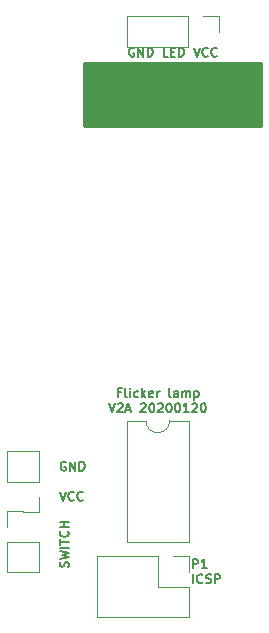
<source format=gto>
G04 #@! TF.FileFunction,Legend,Top*
%FSLAX46Y46*%
G04 Gerber Fmt 4.6, Leading zero omitted, Abs format (unit mm)*
G04 Created by KiCad (PCBNEW 4.0.7-e2-6376~61~ubuntu18.04.1) date Mon Jan 20 22:18:18 2020*
%MOMM*%
%LPD*%
G01*
G04 APERTURE LIST*
%ADD10C,0.100000*%
%ADD11C,0.127000*%
%ADD12C,0.120000*%
%ADD13C,0.254000*%
G04 APERTURE END LIST*
D10*
D11*
X11956143Y62103000D02*
X11883572Y62139286D01*
X11774715Y62139286D01*
X11665858Y62103000D01*
X11593286Y62030429D01*
X11557001Y61957857D01*
X11520715Y61812714D01*
X11520715Y61703857D01*
X11557001Y61558714D01*
X11593286Y61486143D01*
X11665858Y61413571D01*
X11774715Y61377286D01*
X11847286Y61377286D01*
X11956143Y61413571D01*
X11992429Y61449857D01*
X11992429Y61703857D01*
X11847286Y61703857D01*
X12319001Y61377286D02*
X12319001Y62139286D01*
X12754429Y61377286D01*
X12754429Y62139286D01*
X13117287Y61377286D02*
X13117287Y62139286D01*
X13298715Y62139286D01*
X13407572Y62103000D01*
X13480144Y62030429D01*
X13516429Y61957857D01*
X13552715Y61812714D01*
X13552715Y61703857D01*
X13516429Y61558714D01*
X13480144Y61486143D01*
X13407572Y61413571D01*
X13298715Y61377286D01*
X13117287Y61377286D01*
X14822715Y61377286D02*
X14459858Y61377286D01*
X14459858Y62139286D01*
X15076715Y61776429D02*
X15330715Y61776429D01*
X15439572Y61377286D02*
X15076715Y61377286D01*
X15076715Y62139286D01*
X15439572Y62139286D01*
X15766144Y61377286D02*
X15766144Y62139286D01*
X15947572Y62139286D01*
X16056429Y62103000D01*
X16129001Y62030429D01*
X16165286Y61957857D01*
X16201572Y61812714D01*
X16201572Y61703857D01*
X16165286Y61558714D01*
X16129001Y61486143D01*
X16056429Y61413571D01*
X15947572Y61377286D01*
X15766144Y61377286D01*
X16999857Y62139286D02*
X17253857Y61377286D01*
X17507857Y62139286D01*
X18197286Y61449857D02*
X18161000Y61413571D01*
X18052143Y61377286D01*
X17979572Y61377286D01*
X17870715Y61413571D01*
X17798143Y61486143D01*
X17761858Y61558714D01*
X17725572Y61703857D01*
X17725572Y61812714D01*
X17761858Y61957857D01*
X17798143Y62030429D01*
X17870715Y62103000D01*
X17979572Y62139286D01*
X18052143Y62139286D01*
X18161000Y62103000D01*
X18197286Y62066714D01*
X18959286Y61449857D02*
X18923000Y61413571D01*
X18814143Y61377286D01*
X18741572Y61377286D01*
X18632715Y61413571D01*
X18560143Y61486143D01*
X18523858Y61558714D01*
X18487572Y61703857D01*
X18487572Y61812714D01*
X18523858Y61957857D01*
X18560143Y62030429D01*
X18632715Y62103000D01*
X18741572Y62139286D01*
X18814143Y62139286D01*
X18923000Y62103000D01*
X18959286Y62066714D01*
X10813143Y32947429D02*
X10559143Y32947429D01*
X10559143Y32548286D02*
X10559143Y33310286D01*
X10922000Y33310286D01*
X11321143Y32548286D02*
X11248571Y32584571D01*
X11212286Y32657143D01*
X11212286Y33310286D01*
X11611429Y32548286D02*
X11611429Y33056286D01*
X11611429Y33310286D02*
X11575143Y33274000D01*
X11611429Y33237714D01*
X11647714Y33274000D01*
X11611429Y33310286D01*
X11611429Y33237714D01*
X12300857Y32584571D02*
X12228286Y32548286D01*
X12083143Y32548286D01*
X12010571Y32584571D01*
X11974286Y32620857D01*
X11938000Y32693429D01*
X11938000Y32911143D01*
X11974286Y32983714D01*
X12010571Y33020000D01*
X12083143Y33056286D01*
X12228286Y33056286D01*
X12300857Y33020000D01*
X12627429Y32548286D02*
X12627429Y33310286D01*
X12700000Y32838571D02*
X12917714Y32548286D01*
X12917714Y33056286D02*
X12627429Y32766000D01*
X13534571Y32584571D02*
X13462000Y32548286D01*
X13316857Y32548286D01*
X13244286Y32584571D01*
X13208000Y32657143D01*
X13208000Y32947429D01*
X13244286Y33020000D01*
X13316857Y33056286D01*
X13462000Y33056286D01*
X13534571Y33020000D01*
X13570857Y32947429D01*
X13570857Y32874857D01*
X13208000Y32802286D01*
X13897429Y32548286D02*
X13897429Y33056286D01*
X13897429Y32911143D02*
X13933714Y32983714D01*
X13970000Y33020000D01*
X14042571Y33056286D01*
X14115143Y33056286D01*
X15058571Y32548286D02*
X14985999Y32584571D01*
X14949714Y32657143D01*
X14949714Y33310286D01*
X15675428Y32548286D02*
X15675428Y32947429D01*
X15639142Y33020000D01*
X15566571Y33056286D01*
X15421428Y33056286D01*
X15348857Y33020000D01*
X15675428Y32584571D02*
X15602857Y32548286D01*
X15421428Y32548286D01*
X15348857Y32584571D01*
X15312571Y32657143D01*
X15312571Y32729714D01*
X15348857Y32802286D01*
X15421428Y32838571D01*
X15602857Y32838571D01*
X15675428Y32874857D01*
X16038286Y32548286D02*
X16038286Y33056286D01*
X16038286Y32983714D02*
X16074571Y33020000D01*
X16147143Y33056286D01*
X16256000Y33056286D01*
X16328571Y33020000D01*
X16364857Y32947429D01*
X16364857Y32548286D01*
X16364857Y32947429D02*
X16401143Y33020000D01*
X16473714Y33056286D01*
X16582571Y33056286D01*
X16655143Y33020000D01*
X16691428Y32947429D01*
X16691428Y32548286D01*
X17054286Y33056286D02*
X17054286Y32294286D01*
X17054286Y33020000D02*
X17126857Y33056286D01*
X17272000Y33056286D01*
X17344571Y33020000D01*
X17380857Y32983714D01*
X17417143Y32911143D01*
X17417143Y32693429D01*
X17380857Y32620857D01*
X17344571Y32584571D01*
X17272000Y32548286D01*
X17126857Y32548286D01*
X17054286Y32584571D01*
X9833430Y32040286D02*
X10087430Y31278286D01*
X10341430Y32040286D01*
X10559145Y31967714D02*
X10595431Y32004000D01*
X10668002Y32040286D01*
X10849431Y32040286D01*
X10922002Y32004000D01*
X10958288Y31967714D01*
X10994573Y31895143D01*
X10994573Y31822571D01*
X10958288Y31713714D01*
X10522859Y31278286D01*
X10994573Y31278286D01*
X11284859Y31496000D02*
X11647716Y31496000D01*
X11212287Y31278286D02*
X11466287Y32040286D01*
X11720287Y31278286D01*
X12518573Y31967714D02*
X12554859Y32004000D01*
X12627430Y32040286D01*
X12808859Y32040286D01*
X12881430Y32004000D01*
X12917716Y31967714D01*
X12954001Y31895143D01*
X12954001Y31822571D01*
X12917716Y31713714D01*
X12482287Y31278286D01*
X12954001Y31278286D01*
X13425715Y32040286D02*
X13498287Y32040286D01*
X13570858Y32004000D01*
X13607144Y31967714D01*
X13643430Y31895143D01*
X13679715Y31750000D01*
X13679715Y31568571D01*
X13643430Y31423429D01*
X13607144Y31350857D01*
X13570858Y31314571D01*
X13498287Y31278286D01*
X13425715Y31278286D01*
X13353144Y31314571D01*
X13316858Y31350857D01*
X13280573Y31423429D01*
X13244287Y31568571D01*
X13244287Y31750000D01*
X13280573Y31895143D01*
X13316858Y31967714D01*
X13353144Y32004000D01*
X13425715Y32040286D01*
X13970001Y31967714D02*
X14006287Y32004000D01*
X14078858Y32040286D01*
X14260287Y32040286D01*
X14332858Y32004000D01*
X14369144Y31967714D01*
X14405429Y31895143D01*
X14405429Y31822571D01*
X14369144Y31713714D01*
X13933715Y31278286D01*
X14405429Y31278286D01*
X14877143Y32040286D02*
X14949715Y32040286D01*
X15022286Y32004000D01*
X15058572Y31967714D01*
X15094858Y31895143D01*
X15131143Y31750000D01*
X15131143Y31568571D01*
X15094858Y31423429D01*
X15058572Y31350857D01*
X15022286Y31314571D01*
X14949715Y31278286D01*
X14877143Y31278286D01*
X14804572Y31314571D01*
X14768286Y31350857D01*
X14732001Y31423429D01*
X14695715Y31568571D01*
X14695715Y31750000D01*
X14732001Y31895143D01*
X14768286Y31967714D01*
X14804572Y32004000D01*
X14877143Y32040286D01*
X15602857Y32040286D02*
X15675429Y32040286D01*
X15748000Y32004000D01*
X15784286Y31967714D01*
X15820572Y31895143D01*
X15856857Y31750000D01*
X15856857Y31568571D01*
X15820572Y31423429D01*
X15784286Y31350857D01*
X15748000Y31314571D01*
X15675429Y31278286D01*
X15602857Y31278286D01*
X15530286Y31314571D01*
X15494000Y31350857D01*
X15457715Y31423429D01*
X15421429Y31568571D01*
X15421429Y31750000D01*
X15457715Y31895143D01*
X15494000Y31967714D01*
X15530286Y32004000D01*
X15602857Y32040286D01*
X16582571Y31278286D02*
X16147143Y31278286D01*
X16364857Y31278286D02*
X16364857Y32040286D01*
X16292286Y31931429D01*
X16219714Y31858857D01*
X16147143Y31822571D01*
X16872857Y31967714D02*
X16909143Y32004000D01*
X16981714Y32040286D01*
X17163143Y32040286D01*
X17235714Y32004000D01*
X17272000Y31967714D01*
X17308285Y31895143D01*
X17308285Y31822571D01*
X17272000Y31713714D01*
X16836571Y31278286D01*
X17308285Y31278286D01*
X17779999Y32040286D02*
X17852571Y32040286D01*
X17925142Y32004000D01*
X17961428Y31967714D01*
X17997714Y31895143D01*
X18033999Y31750000D01*
X18033999Y31568571D01*
X17997714Y31423429D01*
X17961428Y31350857D01*
X17925142Y31314571D01*
X17852571Y31278286D01*
X17779999Y31278286D01*
X17707428Y31314571D01*
X17671142Y31350857D01*
X17634857Y31423429D01*
X17598571Y31568571D01*
X17598571Y31750000D01*
X17634857Y31895143D01*
X17671142Y31967714D01*
X17707428Y32004000D01*
X17779999Y32040286D01*
X16945429Y18070286D02*
X16945429Y18832286D01*
X17235714Y18832286D01*
X17308286Y18796000D01*
X17344571Y18759714D01*
X17380857Y18687143D01*
X17380857Y18578286D01*
X17344571Y18505714D01*
X17308286Y18469429D01*
X17235714Y18433143D01*
X16945429Y18433143D01*
X18106571Y18070286D02*
X17671143Y18070286D01*
X17888857Y18070286D02*
X17888857Y18832286D01*
X17816286Y18723429D01*
X17743714Y18650857D01*
X17671143Y18614571D01*
X16945429Y16800286D02*
X16945429Y17562286D01*
X17743714Y16872857D02*
X17707428Y16836571D01*
X17598571Y16800286D01*
X17526000Y16800286D01*
X17417143Y16836571D01*
X17344571Y16909143D01*
X17308286Y16981714D01*
X17272000Y17126857D01*
X17272000Y17235714D01*
X17308286Y17380857D01*
X17344571Y17453429D01*
X17417143Y17526000D01*
X17526000Y17562286D01*
X17598571Y17562286D01*
X17707428Y17526000D01*
X17743714Y17489714D01*
X18034000Y16836571D02*
X18142857Y16800286D01*
X18324286Y16800286D01*
X18396857Y16836571D01*
X18433143Y16872857D01*
X18469428Y16945429D01*
X18469428Y17018000D01*
X18433143Y17090571D01*
X18396857Y17126857D01*
X18324286Y17163143D01*
X18179143Y17199429D01*
X18106571Y17235714D01*
X18070286Y17272000D01*
X18034000Y17344571D01*
X18034000Y17417143D01*
X18070286Y17489714D01*
X18106571Y17526000D01*
X18179143Y17562286D01*
X18360571Y17562286D01*
X18469428Y17526000D01*
X18796000Y16800286D02*
X18796000Y17562286D01*
X19086285Y17562286D01*
X19158857Y17526000D01*
X19195142Y17489714D01*
X19231428Y17417143D01*
X19231428Y17308286D01*
X19195142Y17235714D01*
X19158857Y17199429D01*
X19086285Y17163143D01*
X18796000Y17163143D01*
X6404429Y18179143D02*
X6440714Y18288000D01*
X6440714Y18469429D01*
X6404429Y18542000D01*
X6368143Y18578286D01*
X6295571Y18614571D01*
X6223000Y18614571D01*
X6150429Y18578286D01*
X6114143Y18542000D01*
X6077857Y18469429D01*
X6041571Y18324286D01*
X6005286Y18251714D01*
X5969000Y18215429D01*
X5896429Y18179143D01*
X5823857Y18179143D01*
X5751286Y18215429D01*
X5715000Y18251714D01*
X5678714Y18324286D01*
X5678714Y18505714D01*
X5715000Y18614571D01*
X5678714Y18868571D02*
X6440714Y19050000D01*
X5896429Y19195143D01*
X6440714Y19340285D01*
X5678714Y19521714D01*
X6440714Y19812000D02*
X5678714Y19812000D01*
X5678714Y20065999D02*
X5678714Y20501428D01*
X6440714Y20283714D02*
X5678714Y20283714D01*
X6368143Y21190856D02*
X6404429Y21154570D01*
X6440714Y21045713D01*
X6440714Y20973142D01*
X6404429Y20864285D01*
X6331857Y20791713D01*
X6259286Y20755428D01*
X6114143Y20719142D01*
X6005286Y20719142D01*
X5860143Y20755428D01*
X5787571Y20791713D01*
X5715000Y20864285D01*
X5678714Y20973142D01*
X5678714Y21045713D01*
X5715000Y21154570D01*
X5751286Y21190856D01*
X6440714Y21517428D02*
X5678714Y21517428D01*
X6041571Y21517428D02*
X6041571Y21952856D01*
X6440714Y21952856D02*
X5678714Y21952856D01*
X5660571Y24547286D02*
X5914571Y23785286D01*
X6168571Y24547286D01*
X6858000Y23857857D02*
X6821714Y23821571D01*
X6712857Y23785286D01*
X6640286Y23785286D01*
X6531429Y23821571D01*
X6458857Y23894143D01*
X6422572Y23966714D01*
X6386286Y24111857D01*
X6386286Y24220714D01*
X6422572Y24365857D01*
X6458857Y24438429D01*
X6531429Y24511000D01*
X6640286Y24547286D01*
X6712857Y24547286D01*
X6821714Y24511000D01*
X6858000Y24474714D01*
X7620000Y23857857D02*
X7583714Y23821571D01*
X7474857Y23785286D01*
X7402286Y23785286D01*
X7293429Y23821571D01*
X7220857Y23894143D01*
X7184572Y23966714D01*
X7148286Y24111857D01*
X7148286Y24220714D01*
X7184572Y24365857D01*
X7220857Y24438429D01*
X7293429Y24511000D01*
X7402286Y24547286D01*
X7474857Y24547286D01*
X7583714Y24511000D01*
X7620000Y24474714D01*
X6168571Y27051000D02*
X6096000Y27087286D01*
X5987143Y27087286D01*
X5878286Y27051000D01*
X5805714Y26978429D01*
X5769429Y26905857D01*
X5733143Y26760714D01*
X5733143Y26651857D01*
X5769429Y26506714D01*
X5805714Y26434143D01*
X5878286Y26361571D01*
X5987143Y26325286D01*
X6059714Y26325286D01*
X6168571Y26361571D01*
X6204857Y26397857D01*
X6204857Y26651857D01*
X6059714Y26651857D01*
X6531429Y26325286D02*
X6531429Y27087286D01*
X6966857Y26325286D01*
X6966857Y27087286D01*
X7329715Y26325286D02*
X7329715Y27087286D01*
X7511143Y27087286D01*
X7620000Y27051000D01*
X7692572Y26978429D01*
X7728857Y26905857D01*
X7765143Y26760714D01*
X7765143Y26651857D01*
X7728857Y26506714D01*
X7692572Y26434143D01*
X7620000Y26361571D01*
X7511143Y26325286D01*
X7329715Y26325286D01*
D12*
X16510000Y64830000D02*
X11370000Y64830000D01*
X11370000Y64830000D02*
X11370000Y62170000D01*
X11370000Y62170000D02*
X16510000Y62170000D01*
X16510000Y62170000D02*
X16510000Y64830000D01*
X17780000Y64830000D02*
X19110000Y64830000D01*
X19110000Y64830000D02*
X19110000Y63500000D01*
X1210000Y20320000D02*
X1210000Y17720000D01*
X1210000Y17720000D02*
X3870000Y17720000D01*
X3870000Y17720000D02*
X3870000Y20320000D01*
X3870000Y20320000D02*
X1210000Y20320000D01*
X1210000Y21590000D02*
X1210000Y22920000D01*
X1210000Y22920000D02*
X2540000Y22920000D01*
X3870000Y25400000D02*
X3870000Y28000000D01*
X3870000Y28000000D02*
X1210000Y28000000D01*
X1210000Y28000000D02*
X1210000Y25400000D01*
X1210000Y25400000D02*
X3870000Y25400000D01*
X3870000Y24130000D02*
X3870000Y22800000D01*
X3870000Y22800000D02*
X2540000Y22800000D01*
X14970000Y30540000D02*
G75*
G02X12970000Y30540000I-1000000J0D01*
G01*
X12970000Y30540000D02*
X11320000Y30540000D01*
X11320000Y30540000D02*
X11320000Y20260000D01*
X11320000Y20260000D02*
X16620000Y20260000D01*
X16620000Y20260000D02*
X16620000Y30540000D01*
X16620000Y30540000D02*
X14970000Y30540000D01*
X8830000Y19110000D02*
X8830000Y13910000D01*
X13970000Y19110000D02*
X8830000Y19110000D01*
X16570000Y13910000D02*
X8830000Y13910000D01*
X13970000Y19110000D02*
X13970000Y16510000D01*
X13970000Y16510000D02*
X16570000Y16510000D01*
X16570000Y16510000D02*
X16570000Y13910000D01*
X15240000Y19110000D02*
X16570000Y19110000D01*
X16570000Y19110000D02*
X16570000Y17780000D01*
D13*
G36*
X22733000Y55499000D02*
X7747000Y55499000D01*
X7747000Y60833000D01*
X22733000Y60833000D01*
X22733000Y55499000D01*
X22733000Y55499000D01*
G37*
X22733000Y55499000D02*
X7747000Y55499000D01*
X7747000Y60833000D01*
X22733000Y60833000D01*
X22733000Y55499000D01*
M02*

</source>
